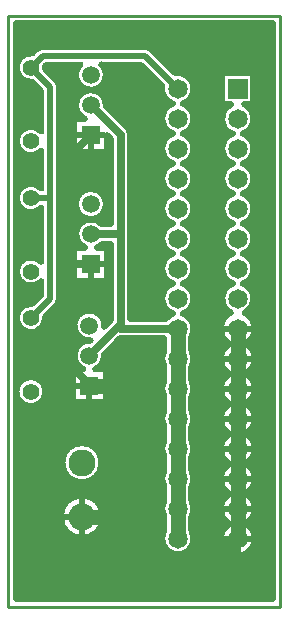
<source format=gbl>
G04 Layer_Physical_Order=2*
G04 Layer_Color=16711680*
%FSLAX23Y23*%
%MOIN*%
G70*
G01*
G75*
%ADD10C,0.050*%
%ADD11C,0.015*%
%ADD12C,0.010*%
%ADD13C,0.090*%
%ADD14C,0.059*%
%ADD15R,0.059X0.059*%
%ADD16C,0.065*%
%ADD17R,0.065X0.065*%
%ADD18C,0.055*%
%ADD19C,0.020*%
%ADD20C,0.025*%
D10*
X765Y827D02*
Y927D01*
Y727D02*
Y827D01*
Y627D02*
Y727D01*
Y527D02*
Y627D01*
Y427D02*
Y527D01*
Y327D02*
Y427D01*
Y227D02*
Y327D01*
X565Y827D02*
Y927D01*
Y727D02*
Y827D01*
Y627D02*
Y727D01*
Y527D02*
Y627D01*
Y427D02*
Y527D01*
Y327D02*
Y427D01*
Y227D02*
Y327D01*
X455Y177D02*
Y300D01*
X245D02*
X455D01*
X275Y737D02*
X455D01*
X680Y142D02*
X765Y227D01*
X490Y142D02*
X680D01*
X455Y177D02*
X490Y142D01*
X455Y300D02*
Y737D01*
D11*
X275Y1772D02*
Y1777D01*
D12*
X0Y1969D02*
X906D01*
Y0D02*
Y1969D01*
X0Y0D02*
X906D01*
X0D02*
Y1969D01*
D13*
X245Y480D02*
D03*
Y300D02*
D03*
D14*
X275Y1772D02*
D03*
Y1672D02*
D03*
Y1242D02*
D03*
Y1342D02*
D03*
X270Y837D02*
D03*
Y937D02*
D03*
D15*
X275Y1572D02*
D03*
Y1142D02*
D03*
X270Y737D02*
D03*
D16*
X565Y1627D02*
D03*
Y1327D02*
D03*
Y1027D02*
D03*
Y727D02*
D03*
Y1727D02*
D03*
Y1527D02*
D03*
Y1427D02*
D03*
Y1227D02*
D03*
Y1127D02*
D03*
Y927D02*
D03*
Y827D02*
D03*
Y627D02*
D03*
X765Y1527D02*
D03*
Y1427D02*
D03*
Y1227D02*
D03*
Y1127D02*
D03*
Y927D02*
D03*
Y827D02*
D03*
Y627D02*
D03*
X565Y227D02*
D03*
Y327D02*
D03*
Y427D02*
D03*
Y527D02*
D03*
X765Y227D02*
D03*
Y327D02*
D03*
Y427D02*
D03*
Y527D02*
D03*
Y1627D02*
D03*
Y1327D02*
D03*
Y1027D02*
D03*
Y727D02*
D03*
D17*
Y1727D02*
D03*
D18*
X75Y1797D02*
D03*
Y1552D02*
D03*
Y1117D02*
D03*
Y1362D02*
D03*
Y717D02*
D03*
Y962D02*
D03*
D19*
X817Y1627D02*
G03*
X787Y1674I-52J0D01*
G01*
X781Y1577D02*
G03*
X817Y1627I-16J50D01*
G01*
X781Y1377D02*
G03*
X817Y1427I-16J50D01*
G01*
X743Y1674D02*
G03*
X749Y1577I22J-48D01*
G01*
X817Y1527D02*
G03*
X781Y1577I-52J0D01*
G01*
X749D02*
G03*
X749Y1477I16J-50D01*
G01*
X781D02*
G03*
X817Y1527I-16J50D01*
G01*
Y1427D02*
G03*
X781Y1477I-52J0D01*
G01*
X749D02*
G03*
X749Y1377I16J-50D01*
G01*
X781Y1277D02*
G03*
X817Y1327I-16J50D01*
G01*
X781Y1177D02*
G03*
X817Y1227I-16J50D01*
G01*
X788Y980D02*
G03*
X817Y1027I-23J47D01*
G01*
Y1327D02*
G03*
X781Y1377I-52J0D01*
G01*
X749D02*
G03*
X749Y1277I16J-50D01*
G01*
X817Y1227D02*
G03*
X781Y1277I-52J0D01*
G01*
X749D02*
G03*
X749Y1177I16J-50D01*
G01*
X781Y1077D02*
G03*
X817Y1127I-16J50D01*
G01*
Y1027D02*
G03*
X781Y1077I-52J0D01*
G01*
X817Y1127D02*
G03*
X781Y1177I-52J0D01*
G01*
X749D02*
G03*
X749Y1077I16J-50D01*
G01*
D02*
G03*
X742Y980I16J-50D01*
G01*
X617Y1727D02*
G03*
X556Y1779I-52J0D01*
G01*
X581Y1677D02*
G03*
X617Y1727I-16J50D01*
G01*
X581Y1577D02*
G03*
X617Y1627I-16J50D01*
G01*
D02*
G03*
X581Y1677I-52J0D01*
G01*
Y1477D02*
G03*
X617Y1527I-16J50D01*
G01*
D02*
G03*
X581Y1577I-52J0D01*
G01*
X513Y1736D02*
G03*
X549Y1677I52J-9D01*
G01*
X476Y1858D02*
G03*
X455Y1867I-21J-21D01*
G01*
X476Y1858D02*
G03*
X455Y1867I-21J-21D01*
G01*
X549Y1677D02*
G03*
X549Y1577I16J-50D01*
G01*
D02*
G03*
X549Y1477I16J-50D01*
G01*
X581Y1277D02*
G03*
X617Y1327I-16J50D01*
G01*
D02*
G03*
X581Y1377I-52J0D01*
G01*
Y1177D02*
G03*
X617Y1227I-16J50D01*
G01*
Y1427D02*
G03*
X581Y1477I-52J0D01*
G01*
Y1377D02*
G03*
X617Y1427I-16J50D01*
G01*
X549Y1477D02*
G03*
X549Y1377I16J-50D01*
G01*
D02*
G03*
X549Y1277I16J-50D01*
G01*
X617Y1227D02*
G03*
X581Y1277I-52J0D01*
G01*
X617Y1127D02*
G03*
X581Y1177I-52J0D01*
G01*
X549Y1277D02*
G03*
X549Y1177I16J-50D01*
G01*
X581Y1077D02*
G03*
X617Y1127I-16J50D01*
G01*
Y1027D02*
G03*
X581Y1077I-52J0D01*
G01*
X549Y1177D02*
G03*
X549Y1077I16J-50D01*
G01*
D02*
G03*
X549Y977I16J-50D01*
G01*
X581D02*
G03*
X617Y1027I-16J50D01*
G01*
X549Y977D02*
G03*
X524Y959I16J-50D01*
G01*
X822Y827D02*
G03*
X793Y877I-57J0D01*
G01*
X822Y927D02*
G03*
X788Y980I-57J0D01*
G01*
X793Y877D02*
G03*
X822Y927I-28J50D01*
G01*
X793Y777D02*
G03*
X822Y827I-28J50D01*
G01*
X742Y980D02*
G03*
X737Y877I23J-53D01*
G01*
X822Y727D02*
G03*
X793Y777I-57J0D01*
G01*
Y677D02*
G03*
X822Y727I-28J50D01*
G01*
X793Y577D02*
G03*
X822Y627I-28J50D01*
G01*
D02*
G03*
X793Y677I-57J0D01*
G01*
X737D02*
G03*
X737Y577I28J-50D01*
G01*
X822Y527D02*
G03*
X793Y577I-57J0D01*
G01*
Y477D02*
G03*
X822Y527I-28J50D01*
G01*
Y427D02*
G03*
X793Y477I-57J0D01*
G01*
Y377D02*
G03*
X822Y427I-28J50D01*
G01*
Y327D02*
G03*
X793Y377I-57J0D01*
G01*
X737Y477D02*
G03*
X737Y377I28J-50D01*
G01*
X793Y277D02*
G03*
X822Y327I-28J50D01*
G01*
Y227D02*
G03*
X793Y277I-57J0D01*
G01*
X737D02*
G03*
X822Y227I28J-50D01*
G01*
X737Y377D02*
G03*
X737Y277I28J-50D01*
G01*
Y877D02*
G03*
X737Y777I28J-50D01*
G01*
X610Y900D02*
G03*
X617Y927I-45J27D01*
G01*
Y827D02*
G03*
X610Y854I-52J0D01*
G01*
X737Y777D02*
G03*
X737Y677I28J-50D01*
G01*
X617Y627D02*
G03*
X610Y654I-52J0D01*
G01*
Y600D02*
G03*
X617Y627I-45J27D01*
G01*
X610Y800D02*
G03*
X617Y827I-45J27D01*
G01*
Y927D02*
G03*
X581Y977I-52J0D01*
G01*
X520Y854D02*
G03*
X520Y800I45J-27D01*
G01*
X617Y727D02*
G03*
X610Y754I-52J0D01*
G01*
Y700D02*
G03*
X617Y727I-45J27D01*
G01*
X520Y754D02*
G03*
X520Y700I45J-27D01*
G01*
Y654D02*
G03*
X520Y600I45J-27D01*
G01*
X737Y577D02*
G03*
X737Y477I28J-50D01*
G01*
X617Y527D02*
G03*
X610Y554I-52J0D01*
G01*
Y500D02*
G03*
X617Y527I-45J27D01*
G01*
X610Y400D02*
G03*
X617Y427I-45J27D01*
G01*
D02*
G03*
X610Y454I-52J0D01*
G01*
X520Y554D02*
G03*
X520Y500I45J-27D01*
G01*
X617Y327D02*
G03*
X610Y354I-52J0D01*
G01*
Y300D02*
G03*
X617Y327I-45J27D01*
G01*
X520Y454D02*
G03*
X520Y400I45J-27D01*
G01*
Y354D02*
G03*
X520Y300I45J-27D01*
G01*
X617Y227D02*
G03*
X610Y254I-52J0D01*
G01*
X520D02*
G03*
X617Y227I45J-27D01*
G01*
X324Y1668D02*
G03*
X325Y1672I-49J3D01*
G01*
X407Y1572D02*
G03*
X398Y1595I-32J0D01*
G01*
X407Y1572D02*
G03*
X398Y1595I-32J0D01*
G01*
X325Y1772D02*
G03*
X310Y1807I-50J0D01*
G01*
X240D02*
G03*
X325Y1772I35J-35D01*
G01*
Y1672D02*
G03*
X255Y1626I-50J0D01*
G01*
X325Y1342D02*
G03*
X325Y1342I-50J0D01*
G01*
X312Y1274D02*
G03*
X255Y1196I-37J-32D01*
G01*
X295D02*
G03*
X312Y1209I-20J45D01*
G01*
X123Y1797D02*
G03*
X122Y1802I-48J0D01*
G01*
Y1792D02*
G03*
X123Y1797I-47J5D01*
G01*
X170Y1732D02*
G03*
X161Y1753I-30J0D01*
G01*
X170Y1732D02*
G03*
X161Y1753I-30J0D01*
G01*
X115Y1867D02*
G03*
X94Y1858I0J-30D01*
G01*
X115Y1867D02*
G03*
X94Y1858I0J-30D01*
G01*
X80Y1844D02*
G03*
X80Y1750I-5J-47D01*
G01*
X110Y1584D02*
G03*
X110Y1520I-35J-32D01*
G01*
Y1394D02*
G03*
X110Y1330I-35J-32D01*
G01*
X319Y932D02*
G03*
X320Y937I-49J5D01*
G01*
D02*
G03*
X275Y888I-50J0D01*
G01*
X273Y886D02*
G03*
X250Y791I-3J-49D01*
G01*
X320Y837D02*
G03*
X319Y840I-50J0D01*
G01*
X290Y791D02*
G03*
X320Y837I-20J45D01*
G01*
X310Y480D02*
G03*
X310Y480I-65J0D01*
G01*
X315Y300D02*
G03*
X315Y300I-70J0D01*
G01*
X161Y1006D02*
G03*
X170Y1027I-21J21D01*
G01*
X161Y1006D02*
G03*
X170Y1027I-21J21D01*
G01*
X123Y962D02*
G03*
X122Y967I-48J0D01*
G01*
X110Y1149D02*
G03*
X110Y1085I-35J-32D01*
G01*
X80Y1009D02*
G03*
X123Y962I-5J-47D01*
G01*
Y717D02*
G03*
X123Y717I-48J0D01*
G01*
X817Y1737D02*
X881D01*
X817Y1717D02*
X881D01*
X817Y1777D02*
X881D01*
X817Y1757D02*
X881D01*
X817Y1697D02*
X881D01*
X817Y1677D02*
X881D01*
X808Y1657D02*
X881D01*
X800Y1779D02*
Y1944D01*
X817Y1674D02*
Y1779D01*
X800Y1666D02*
Y1674D01*
X817Y1637D02*
X881D01*
X817Y1617D02*
X881D01*
X787Y1674D02*
X817D01*
X817Y1537D02*
X881D01*
X817Y1517D02*
X881D01*
X808Y1597D02*
X881D01*
X808Y1557D02*
X881D01*
X808Y1497D02*
X881D01*
X817Y1437D02*
X881D01*
X781Y1477D02*
X881D01*
X800Y1566D02*
Y1588D01*
Y1466D02*
Y1488D01*
X808Y1457D02*
X881D01*
X817Y1417D02*
X881D01*
X760Y1779D02*
Y1944D01*
X780Y1779D02*
Y1944D01*
X477Y1857D02*
X881D01*
X497Y1837D02*
X881D01*
X537Y1797D02*
X881D01*
X713Y1779D02*
X817D01*
X517Y1817D02*
X881D01*
X740Y1779D02*
Y1944D01*
X713Y1674D02*
X743D01*
X608Y1657D02*
X722D01*
X608Y1597D02*
X722D01*
X581Y1577D02*
X749D01*
X781D02*
X881D01*
X581Y1477D02*
X749D01*
X740Y1573D02*
Y1581D01*
X608Y1557D02*
X722D01*
X608Y1497D02*
X722D01*
X740Y1473D02*
Y1481D01*
X608Y1457D02*
X722D01*
X608Y1397D02*
X722D01*
X808D02*
X881D01*
X817Y1337D02*
X881D01*
X781Y1377D02*
X881D01*
X808Y1357D02*
X881D01*
X817Y1317D02*
X881D01*
X817Y1237D02*
X881D01*
X808Y1297D02*
X881D01*
X800Y1366D02*
Y1388D01*
X808Y1257D02*
X881D01*
X800Y1266D02*
Y1288D01*
X817Y1217D02*
X881D01*
X808Y1197D02*
X881D01*
X817Y1137D02*
X881D01*
X817Y1117D02*
X881D01*
X808Y1157D02*
X881D01*
X808Y1097D02*
X881D01*
X808Y1057D02*
X881D01*
X817Y1037D02*
X881D01*
X808Y997D02*
X881D01*
X800Y1166D02*
Y1188D01*
Y1066D02*
Y1088D01*
X817Y1017D02*
X881D01*
X800Y972D02*
Y988D01*
X793Y977D02*
X881D01*
X781Y1277D02*
X881D01*
X581Y1377D02*
X749D01*
X781Y1177D02*
X881D01*
X581Y1277D02*
X749D01*
X740Y1373D02*
Y1381D01*
Y1273D02*
Y1281D01*
X608Y1297D02*
X722D01*
X740Y1173D02*
Y1181D01*
X581Y1177D02*
X749D01*
X781Y1077D02*
X881D01*
X581D02*
X749D01*
X608Y1097D02*
X722D01*
X740Y1073D02*
Y1081D01*
X608Y1157D02*
X722D01*
X608Y1057D02*
X722D01*
X608Y997D02*
X722D01*
X581Y977D02*
X737D01*
X720Y1779D02*
Y1944D01*
X713Y1674D02*
Y1779D01*
X581Y1777D02*
X713D01*
X608Y1757D02*
X713D01*
X617Y1737D02*
X713D01*
X617Y1717D02*
X713D01*
X581Y1677D02*
X713D01*
X580Y1777D02*
Y1944D01*
X600Y1766D02*
Y1944D01*
X560Y1779D02*
Y1944D01*
X608Y1697D02*
X713D01*
X600Y1666D02*
Y1688D01*
X720Y1654D02*
Y1674D01*
Y1554D02*
Y1600D01*
X617Y1637D02*
X713D01*
X617Y1617D02*
X713D01*
X617Y1517D02*
X713D01*
X720Y1454D02*
Y1500D01*
X617Y1537D02*
X713D01*
X600Y1566D02*
Y1588D01*
Y1466D02*
Y1488D01*
X520Y1814D02*
Y1944D01*
X540Y1794D02*
Y1944D01*
X500Y1834D02*
Y1944D01*
X476Y1858D02*
X556Y1779D01*
X540Y1673D02*
Y1681D01*
X443Y1807D02*
X513Y1736D01*
X460Y1866D02*
Y1944D01*
X480Y1854D02*
Y1944D01*
X420Y1867D02*
Y1944D01*
X440Y1867D02*
Y1944D01*
X520Y1654D02*
Y1700D01*
X540Y1573D02*
Y1581D01*
X520Y1554D02*
Y1600D01*
X540Y1473D02*
Y1481D01*
X407Y1557D02*
X522D01*
X440Y959D02*
Y1807D01*
X460Y959D02*
Y1789D01*
X420Y959D02*
Y1807D01*
X520Y1454D02*
Y1500D01*
X500Y959D02*
Y1749D01*
X480Y959D02*
Y1769D01*
X720Y1354D02*
Y1400D01*
X617Y1337D02*
X713D01*
X608Y1357D02*
X722D01*
X617Y1317D02*
X713D01*
X720Y1254D02*
Y1300D01*
X617Y1237D02*
X713D01*
X608Y1257D02*
X722D01*
X617Y1437D02*
X713D01*
X617Y1417D02*
X713D01*
X600Y1366D02*
Y1388D01*
Y1266D02*
Y1288D01*
X617Y1217D02*
X713D01*
X720Y1154D02*
Y1200D01*
X608Y1197D02*
X722D01*
X617Y1137D02*
X713D01*
X720Y1054D02*
Y1100D01*
Y963D02*
Y1000D01*
X617Y1117D02*
X713D01*
X600Y1166D02*
Y1188D01*
Y1066D02*
Y1088D01*
X617Y1037D02*
X713D01*
X617Y1017D02*
X713D01*
X600Y966D02*
Y988D01*
X540Y1373D02*
Y1381D01*
X520Y1354D02*
Y1400D01*
Y1254D02*
Y1300D01*
X540Y1273D02*
Y1281D01*
Y1173D02*
Y1181D01*
X520Y1154D02*
Y1200D01*
X407Y977D02*
X549D01*
X540Y1073D02*
Y1081D01*
X520Y1054D02*
Y1100D01*
X407Y1117D02*
X513D01*
X540Y973D02*
Y981D01*
X520Y959D02*
Y1000D01*
X407Y997D02*
X522D01*
X822Y937D02*
X881D01*
X822Y917D02*
X881D01*
X814Y957D02*
X881D01*
X814Y897D02*
X881D01*
X814Y857D02*
X881D01*
X822Y837D02*
X881D01*
X814Y797D02*
X881D01*
X820Y944D02*
Y1944D01*
X822Y817D02*
X881D01*
X800Y872D02*
Y881D01*
X820Y844D02*
Y910D01*
Y744D02*
Y810D01*
X822Y737D02*
X881D01*
X814Y757D02*
X881D01*
X822Y717D02*
X881D01*
Y25D02*
Y1944D01*
X814Y697D02*
X881D01*
X814Y657D02*
X881D01*
X822Y637D02*
X881D01*
X822Y617D02*
X881D01*
X814Y597D02*
X881D01*
X880Y25D02*
Y1944D01*
X881Y25D02*
Y1944D01*
X860Y25D02*
Y1944D01*
X820Y644D02*
Y710D01*
X840Y25D02*
Y1944D01*
X820Y544D02*
Y610D01*
X793Y877D02*
X881D01*
X793Y777D02*
X881D01*
X765Y827D02*
X812D01*
X718Y927D02*
X765D01*
X812D01*
X718Y827D02*
X765D01*
X800Y772D02*
Y781D01*
X610Y877D02*
X737D01*
X765Y727D02*
X812D01*
X793Y677D02*
X881D01*
X793Y577D02*
X881D01*
X718Y727D02*
X765D01*
X800Y672D02*
Y681D01*
X765Y627D02*
X812D01*
X800Y572D02*
Y581D01*
X718Y627D02*
X765D01*
X822Y537D02*
X881D01*
X822Y517D02*
X881D01*
X814Y557D02*
X881D01*
X814Y497D02*
X881D01*
X814Y457D02*
X881D01*
X814Y397D02*
X881D01*
X793Y477D02*
X881D01*
X800Y472D02*
Y481D01*
X820Y444D02*
Y510D01*
X822Y437D02*
X881D01*
X822Y417D02*
X881D01*
X800Y372D02*
Y381D01*
X822Y337D02*
X881D01*
X822Y317D02*
X881D01*
X814Y357D02*
X881D01*
X814Y297D02*
X881D01*
X814Y257D02*
X881D01*
X822Y217D02*
X881D01*
X814Y197D02*
X881D01*
X820Y344D02*
Y410D01*
Y244D02*
Y310D01*
X800Y272D02*
Y281D01*
X822Y237D02*
X881D01*
X820Y25D02*
Y210D01*
X800Y25D02*
Y181D01*
X765Y527D02*
X812D01*
X765Y427D02*
X812D01*
X793Y377D02*
X881D01*
X765Y327D02*
X812D01*
X718Y527D02*
X765D01*
X610Y577D02*
X737D01*
X718Y427D02*
X765D01*
X718Y327D02*
X765D01*
X610Y377D02*
X737D01*
X793Y277D02*
X881D01*
X793Y177D02*
X881D01*
X780Y25D02*
Y171D01*
X765Y227D02*
X812D01*
X718D02*
X765D01*
X610Y277D02*
X737D01*
X765Y179D02*
Y227D01*
X760Y25D02*
Y170D01*
X740Y25D02*
Y175D01*
X720Y863D02*
Y891D01*
X617Y937D02*
X708D01*
X610Y897D02*
X716D01*
X610Y857D02*
X716D01*
X720Y763D02*
Y791D01*
X610Y697D02*
X716D01*
X617Y917D02*
X708D01*
X617Y837D02*
X708D01*
X617Y737D02*
X708D01*
X617Y717D02*
X708D01*
X617Y817D02*
X708D01*
X720Y663D02*
Y691D01*
X610Y677D02*
X737D01*
X700Y25D02*
Y1944D01*
X617Y637D02*
X708D01*
X617Y617D02*
X708D01*
X610Y657D02*
X716D01*
X660Y25D02*
Y1944D01*
X680Y25D02*
Y1944D01*
X640Y25D02*
Y1944D01*
X620Y25D02*
Y1944D01*
X610Y854D02*
Y900D01*
X608Y957D02*
X716D01*
X610Y777D02*
X737D01*
X610Y757D02*
X716D01*
X610Y797D02*
X716D01*
X520Y854D02*
Y894D01*
Y854D02*
Y894D01*
Y754D02*
Y800D01*
X610Y754D02*
Y800D01*
X520Y754D02*
Y800D01*
X610Y654D02*
Y700D01*
X520Y654D02*
Y700D01*
Y654D02*
Y700D01*
X440Y25D02*
Y894D01*
X460Y25D02*
Y894D01*
X420Y25D02*
Y894D01*
X520Y554D02*
Y600D01*
X500Y25D02*
Y894D01*
X480Y25D02*
Y894D01*
X720Y563D02*
Y591D01*
X610Y557D02*
X716D01*
X610Y497D02*
X716D01*
X610Y477D02*
X737D01*
X720Y463D02*
Y491D01*
X610Y457D02*
X716D01*
X617Y537D02*
X708D01*
X617Y517D02*
X708D01*
X617Y437D02*
X708D01*
X610Y454D02*
Y500D01*
X617Y417D02*
X708D01*
X720Y363D02*
Y391D01*
X610Y397D02*
X716D01*
X617Y337D02*
X708D01*
X720Y263D02*
Y291D01*
Y25D02*
Y191D01*
X617Y237D02*
X708D01*
X610Y354D02*
Y400D01*
X617Y317D02*
X708D01*
X617Y217D02*
X708D01*
X610Y254D02*
Y300D01*
Y597D02*
X716D01*
X610Y554D02*
Y600D01*
X520Y454D02*
Y500D01*
X610Y357D02*
X716D01*
X520Y554D02*
Y600D01*
Y454D02*
Y500D01*
Y354D02*
Y400D01*
Y354D02*
Y400D01*
X610Y297D02*
X716D01*
X610Y257D02*
X716D01*
X608Y197D02*
X716D01*
X600Y25D02*
Y188D01*
X581Y177D02*
X737D01*
X520Y254D02*
Y300D01*
Y25D02*
Y200D01*
Y254D02*
Y300D01*
X560Y25D02*
Y175D01*
X580Y25D02*
Y177D01*
X540Y25D02*
Y181D01*
X380Y1867D02*
Y1944D01*
X400Y1867D02*
Y1944D01*
X324Y1777D02*
X473D01*
X322Y1757D02*
X493D01*
X336Y1657D02*
X522D01*
X356Y1637D02*
X513D01*
X324Y1677D02*
X549D01*
X360Y1867D02*
Y1944D01*
Y1633D02*
Y1807D01*
X320Y1867D02*
Y1944D01*
X340Y1867D02*
Y1944D01*
Y1653D02*
Y1807D01*
X320Y1793D02*
Y1807D01*
X400Y1593D02*
Y1807D01*
X376Y1617D02*
X513D01*
X396Y1597D02*
X522D01*
X407Y1577D02*
X549D01*
X407Y1247D02*
Y1572D01*
X380Y1613D02*
Y1807D01*
X330Y1571D02*
X343Y1558D01*
X324Y1668D02*
X398Y1595D01*
X340Y1274D02*
Y1561D01*
X343Y1274D02*
Y1558D01*
X330Y1517D02*
Y1571D01*
X25Y1937D02*
X881D01*
X25Y1917D02*
X881D01*
X25Y1944D02*
X881D01*
X25D02*
X881D01*
X25Y1877D02*
X881D01*
X115Y1867D02*
X455D01*
X25Y1897D02*
X881D01*
X280Y1867D02*
Y1944D01*
X300Y1867D02*
Y1944D01*
X260Y1867D02*
Y1944D01*
X310Y1807D02*
X443D01*
X318Y1797D02*
X453D01*
X310Y1737D02*
X513D01*
X320Y1693D02*
Y1751D01*
X296Y1717D02*
X513D01*
X318Y1697D02*
X522D01*
X275Y1572D02*
X320D01*
X260Y1719D02*
Y1725D01*
X300Y1715D02*
Y1729D01*
X170Y1717D02*
X254D01*
X230Y1572D02*
X275D01*
Y1527D02*
Y1572D01*
X220Y1626D02*
X255D01*
X407Y1457D02*
X522D01*
X407Y1417D02*
X513D01*
X407Y1497D02*
X522D01*
X407Y1477D02*
X549D01*
X407Y1377D02*
X549D01*
X407Y1357D02*
X522D01*
X407Y1397D02*
X522D01*
X330Y1557D02*
X343D01*
X407Y1537D02*
X513D01*
X330D02*
X343D01*
X320Y1363D02*
Y1517D01*
X407Y1517D02*
X513D01*
X407Y1437D02*
X513D01*
X322Y1357D02*
X343D01*
X407Y1297D02*
X522D01*
X407Y1277D02*
X549D01*
X407Y1337D02*
X513D01*
X407Y1317D02*
X513D01*
X407Y1197D02*
X522D01*
X407Y1177D02*
X549D01*
X407Y1257D02*
X522D01*
X324Y1337D02*
X343D01*
X407Y1237D02*
X513D01*
X320Y1274D02*
Y1321D01*
X407Y1217D02*
X513D01*
X330Y1177D02*
X343D01*
X320Y1196D02*
Y1209D01*
X170Y1477D02*
X343D01*
X170Y1457D02*
X343D01*
X170Y1517D02*
X343D01*
X170Y1497D02*
X343D01*
X170Y1417D02*
X343D01*
X318Y1317D02*
X343D01*
X170Y1437D02*
X343D01*
X280Y1391D02*
Y1517D01*
X300Y1385D02*
Y1517D01*
X260Y1389D02*
Y1517D01*
X220D02*
X330D01*
X310Y1377D02*
X343D01*
X170Y1397D02*
X343D01*
X310Y1277D02*
X343D01*
X312Y1274D02*
X343D01*
X296Y1297D02*
X343D01*
X312Y1209D02*
X343D01*
X296Y1197D02*
X343D01*
X295Y1196D02*
X330D01*
X260Y1289D02*
Y1295D01*
X300Y1285D02*
Y1299D01*
X170Y1297D02*
X254D01*
X220Y1196D02*
X255D01*
X220Y1867D02*
Y1944D01*
X240Y1867D02*
Y1944D01*
X200Y1867D02*
Y1944D01*
X127Y1807D02*
X240D01*
X137Y1777D02*
X226D01*
X157Y1757D02*
X228D01*
X123Y1797D02*
X232D01*
X160Y1867D02*
Y1944D01*
X180Y1867D02*
Y1944D01*
X140Y1867D02*
Y1944D01*
Y1774D02*
Y1807D01*
X122Y1802D02*
X127Y1807D01*
X240Y1707D02*
Y1737D01*
X170Y1677D02*
X226D01*
X170Y1737D02*
X240D01*
X170Y1697D02*
X232D01*
X170Y1637D02*
X240D01*
X240Y1626D02*
Y1637D01*
X170Y1657D02*
X228D01*
X160Y1754D02*
Y1807D01*
X122Y1792D02*
X161Y1753D01*
X220Y1517D02*
Y1626D01*
X170Y1362D02*
Y1732D01*
X120Y1867D02*
Y1944D01*
X100Y1863D02*
Y1944D01*
X80Y1844D02*
Y1944D01*
X80Y1844D02*
X94Y1858D01*
X25Y1857D02*
X93D01*
X60Y1842D02*
Y1944D01*
X40Y1829D02*
Y1944D01*
X25Y1837D02*
X49D01*
X25Y1777D02*
X32D01*
X25Y1757D02*
X49D01*
X25Y1817D02*
X32D01*
X80Y1750D02*
X110Y1719D01*
Y1584D02*
Y1719D01*
X25Y1717D02*
X110D01*
X25Y1697D02*
X110D01*
X25Y1657D02*
X110D01*
X25Y1637D02*
X110D01*
X25Y1677D02*
X110D01*
X60Y1597D02*
Y1752D01*
X40Y1584D02*
Y1765D01*
X80Y1599D02*
Y1749D01*
X100Y1592D02*
Y1729D01*
X25Y1737D02*
X93D01*
X170Y1557D02*
X220D01*
X240Y1377D02*
Y1517D01*
X170Y1597D02*
X220D01*
X170Y1577D02*
X220D01*
X170Y1357D02*
X228D01*
X170Y1337D02*
X226D01*
X170Y1377D02*
X240D01*
X170Y1617D02*
X220D01*
X170Y1537D02*
X220D01*
X90Y1597D02*
X110D01*
X100Y1402D02*
Y1511D01*
X110Y1394D02*
Y1520D01*
X80Y1409D02*
Y1505D01*
X170Y1317D02*
X232D01*
X240Y1277D02*
Y1307D01*
X170Y1277D02*
X240D01*
X170Y1257D02*
X228D01*
X170Y1217D02*
X232D01*
X240Y1196D02*
Y1207D01*
X170Y1197D02*
X254D01*
X90Y1317D02*
X110D01*
X100Y1157D02*
Y1321D01*
X80Y1164D02*
Y1315D01*
X170Y1177D02*
X220D01*
X170Y1157D02*
X220D01*
X170Y1237D02*
X226D01*
X25Y1617D02*
X110D01*
X25Y1497D02*
X110D01*
X25Y1477D02*
X110D01*
X25Y1437D02*
X110D01*
X25Y1417D02*
X110D01*
X25Y1457D02*
X110D01*
X25Y1577D02*
X35D01*
X25Y1537D02*
X30D01*
X25Y1597D02*
X60D01*
X25Y1517D02*
X43D01*
X60Y1407D02*
Y1507D01*
X25Y1397D02*
X43D01*
X25Y1297D02*
X110D01*
X25Y1277D02*
X110D01*
X25Y1257D02*
X110D01*
X25Y1197D02*
X110D01*
X25Y1177D02*
X110D01*
X25Y1237D02*
X110D01*
X40Y1394D02*
Y1520D01*
X25Y1377D02*
X30D01*
X25Y1337D02*
X35D01*
X25Y1317D02*
X60D01*
X60Y1162D02*
Y1317D01*
X25Y1217D02*
X110D01*
X407Y1097D02*
X522D01*
X407Y1077D02*
X549D01*
X407Y1157D02*
X522D01*
X407Y1137D02*
X513D01*
X407Y1017D02*
X513D01*
X407Y959D02*
X524D01*
X407Y1057D02*
X522D01*
X330Y1087D02*
Y1196D01*
X407Y959D02*
Y1247D01*
X330Y1157D02*
X343D01*
X330Y1137D02*
X343D01*
X330Y1097D02*
X343D01*
X407Y1037D02*
X513D01*
X330Y1117D02*
X343D01*
X380Y25D02*
Y894D01*
X400Y25D02*
Y894D01*
X375D02*
X520D01*
X360Y25D02*
Y881D01*
X356Y877D02*
X520D01*
X336Y857D02*
X520D01*
X325Y777D02*
X520D01*
X343Y955D02*
Y1209D01*
X340Y953D02*
Y1209D01*
X320Y933D02*
Y1087D01*
X325Y682D02*
Y791D01*
X340Y25D02*
Y861D01*
X320Y791D02*
Y841D01*
X170Y1077D02*
X343D01*
X170Y1057D02*
X343D01*
X170Y1037D02*
X343D01*
X168Y1017D02*
X343D01*
X299Y977D02*
X343D01*
X315Y957D02*
X343D01*
X152Y997D02*
X343D01*
X275Y1142D02*
X320D01*
X275Y1097D02*
Y1142D01*
X230D02*
X275D01*
X280Y985D02*
Y1087D01*
X300Y976D02*
Y1087D01*
X220D02*
X330D01*
X320Y937D02*
X324D01*
X320Y837D02*
X513D01*
X319Y932D02*
X343Y955D01*
X319Y840D02*
X373Y894D01*
X315Y817D02*
X513D01*
X299Y797D02*
X520D01*
X290Y791D02*
X325D01*
X300D02*
Y797D01*
X325Y717D02*
X513D01*
X325Y697D02*
X520D01*
X325Y757D02*
X520D01*
X325Y737D02*
X513D01*
X308Y497D02*
X520D01*
X310Y477D02*
X520D01*
X306Y457D02*
X520D01*
X280Y535D02*
Y682D01*
X300Y515D02*
Y682D01*
X270Y737D02*
X315D01*
X270Y692D02*
Y737D01*
X299Y517D02*
X513D01*
X294Y437D02*
X513D01*
X276Y537D02*
X513D01*
X304Y337D02*
X513D01*
X313Y317D02*
X513D01*
X261Y417D02*
X513D01*
X286Y357D02*
X520D01*
X315Y297D02*
X520D01*
X311Y277D02*
X520D01*
X300Y257D02*
X520D01*
X300Y343D02*
Y445D01*
X320Y25D02*
Y682D01*
X280Y361D02*
Y425D01*
Y25D02*
Y239D01*
X300Y25D02*
Y257D01*
X275Y237D02*
X513D01*
X101Y677D02*
X520D01*
X25Y657D02*
X520D01*
X25Y597D02*
X520D01*
X25Y577D02*
X520D01*
X25Y397D02*
X520D01*
X25Y377D02*
X520D01*
X25Y557D02*
X520D01*
X225Y737D02*
X270D01*
X215Y682D02*
X325D01*
X25Y637D02*
X513D01*
X245Y300D02*
X305D01*
X25Y617D02*
X513D01*
X25Y77D02*
X881D01*
X25Y57D02*
X881D01*
X25Y117D02*
X881D01*
X25Y97D02*
X881D01*
X25Y25D02*
X881D01*
X25D02*
X881D01*
X25Y37D02*
X881D01*
X25Y217D02*
X513D01*
X25Y197D02*
X522D01*
X25Y157D02*
X881D01*
X25Y137D02*
X881D01*
X25Y177D02*
X549D01*
X170Y1137D02*
X220D01*
Y1087D02*
Y1196D01*
X170Y1117D02*
X220D01*
X170Y1097D02*
X220D01*
X260Y985D02*
Y1087D01*
X132Y977D02*
X241D01*
X110Y1149D02*
Y1330D01*
X170Y1027D02*
Y1362D01*
X101Y1157D02*
X110D01*
Y1039D02*
Y1085D01*
X101Y1077D02*
X110D01*
X100Y1029D02*
Y1076D01*
X240Y976D02*
Y1087D01*
X220Y791D02*
Y1807D01*
X200Y527D02*
Y1807D01*
X180Y480D02*
Y1807D01*
X122Y957D02*
X225D01*
X240Y876D02*
Y897D01*
X115Y937D02*
X220D01*
X140Y25D02*
Y984D01*
X160Y25D02*
Y1004D01*
X122Y967D02*
X161Y1006D01*
X120Y732D02*
Y946D01*
X100Y757D02*
Y921D01*
X80Y1009D02*
Y1070D01*
X60Y1007D02*
Y1072D01*
X25Y1057D02*
X110D01*
X25Y1037D02*
X108D01*
X80Y1009D02*
X110Y1039D01*
X25Y1017D02*
X88D01*
X25Y1157D02*
X49D01*
X40Y1149D02*
Y1330D01*
X25Y1137D02*
X32D01*
X25Y1077D02*
X49D01*
X25Y997D02*
X43D01*
X25Y1097D02*
X32D01*
X90Y917D02*
X225D01*
X60Y762D02*
Y917D01*
X25Y917D02*
X60D01*
X25Y897D02*
X241D01*
X80Y764D02*
Y915D01*
X25Y877D02*
X241D01*
X40Y994D02*
Y1085D01*
X25Y25D02*
Y1944D01*
Y25D02*
Y1944D01*
Y937D02*
X35D01*
X40Y749D02*
Y930D01*
X25Y977D02*
X30D01*
X240Y791D02*
Y797D01*
X260Y543D02*
Y682D01*
X215Y791D02*
X250D01*
X240Y545D02*
Y682D01*
Y370D02*
Y415D01*
X260Y368D02*
Y417D01*
X220Y365D02*
Y420D01*
X118Y737D02*
X215D01*
Y682D02*
Y791D01*
X101Y757D02*
X215D01*
X123Y717D02*
X215D01*
X220Y540D02*
Y682D01*
X118Y697D02*
X215D01*
X245Y300D02*
Y360D01*
Y240D02*
Y300D01*
X200Y354D02*
Y433D01*
X185Y300D02*
X245D01*
X240Y25D02*
Y230D01*
X260Y25D02*
Y232D01*
X220Y25D02*
Y235D01*
X100Y25D02*
Y676D01*
X120Y25D02*
Y701D01*
X80Y25D02*
Y670D01*
X180Y25D02*
Y274D01*
X200Y25D02*
Y246D01*
X180Y326D02*
Y480D01*
X25Y817D02*
X225D01*
X25Y797D02*
X241D01*
X25Y857D02*
X225D01*
X25Y837D02*
X220D01*
X25Y537D02*
X214D01*
X25Y517D02*
X191D01*
X25Y777D02*
X215D01*
X25Y757D02*
X49D01*
X25Y737D02*
X32D01*
X25Y677D02*
X49D01*
X25Y497D02*
X182D01*
X25Y697D02*
X32D01*
X25Y417D02*
X229D01*
X25Y357D02*
X204D01*
X25Y457D02*
X184D01*
X25Y437D02*
X196D01*
X25Y257D02*
X190D01*
X25Y237D02*
X215D01*
X25Y337D02*
X186D01*
X40Y25D02*
Y685D01*
X60Y25D02*
Y672D01*
X25Y477D02*
X180D01*
X25Y297D02*
X175D01*
X25Y277D02*
X179D01*
X25Y317D02*
X177D01*
X75Y1797D02*
X140Y1732D01*
Y1362D02*
Y1732D01*
Y1027D02*
Y1362D01*
X75Y1797D02*
X115Y1837D01*
X455D01*
X565Y1727D01*
X75Y962D02*
X140Y1027D01*
X80Y1362D02*
X140D01*
D20*
X190Y822D02*
X275Y737D01*
Y1672D02*
X375Y1572D01*
X275Y1242D02*
X370D01*
X375Y1247D01*
Y1572D01*
X190Y1487D02*
X275Y1572D01*
X190Y1142D02*
X275D01*
X190Y822D02*
Y1142D01*
Y1487D01*
X270Y837D02*
X375Y942D01*
Y1247D01*
Y927D02*
Y942D01*
Y927D02*
X565D01*
M02*

</source>
